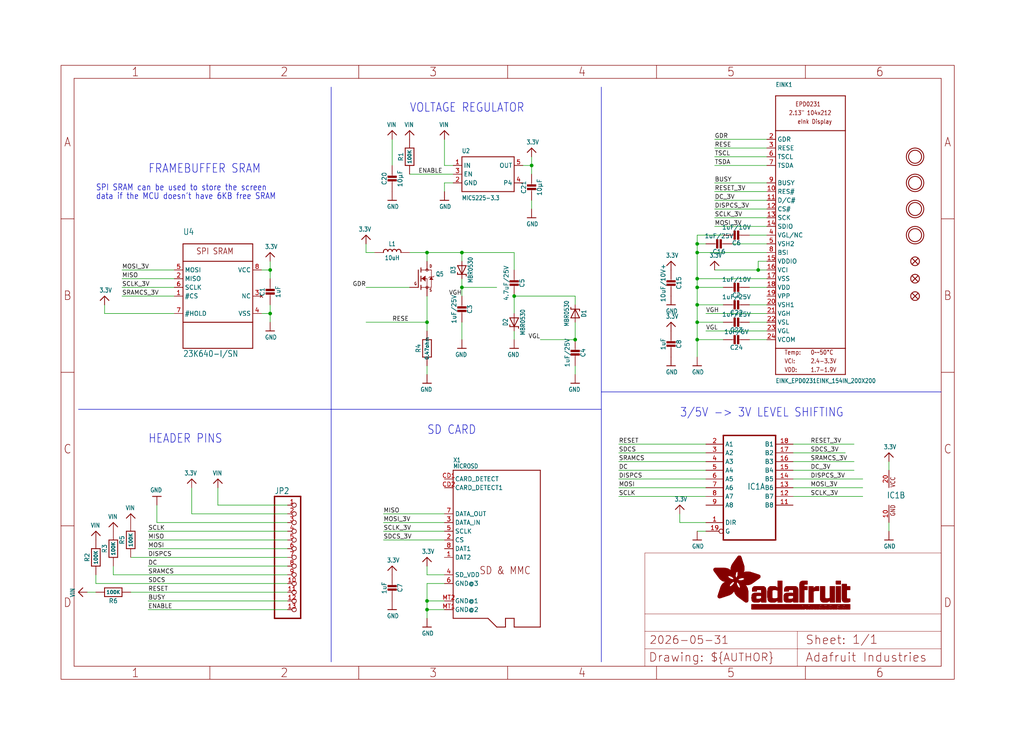
<source format=kicad_sch>
(kicad_sch (version 20230121) (generator eeschema)
  (paper "User" 298.45 217.322)
  (lib_symbols
    (symbol "working-eagle-import:3.3V" (power)
      (property "Value" "3.3V" (at -1.524 1.016 0))
      (symbol "3.3V_1_0"
        (pin power_in line (at 0 -2.54 90) (length 2.54) (name "3.3V") (number "1"))
      )
    )
    (symbol "working-eagle-import:74245TSSOP20"
      (property "Reference" "IC" (at -0.635 -0.635 0))
      (symbol "74245TSSOP20_1_0"
        (pin input line (at -12.7 -10.16 0) (length 5.08) (name "DIR") (number "1"))
        (pin bidirectional line (at 12.7 -5.08 180) (length 5.08) (name "B8") (number "11"))
        (pin bidirectional line (at 12.7 -2.54 180) (length 5.08) (name "B7") (number "12"))
        (pin bidirectional line (at 12.7 0 180) (length 5.08) (name "B6") (number "13"))
        (pin bidirectional line (at 12.7 2.54 180) (length 5.08) (name "B5") (number "14"))
        (pin bidirectional line (at 12.7 5.08 180) (length 5.08) (name "B4") (number "15"))
        (pin bidirectional line (at 12.7 7.62 180) (length 5.08) (name "B3") (number "16"))
        (pin bidirectional line (at 12.7 10.16 180) (length 5.08) (name "B2") (number "17"))
        (pin bidirectional line (at 12.7 12.7 180) (length 5.08) (name "B1") (number "18"))
        (pin input inverted (at -12.7 -12.7 0) (length 5.08) (name "G") (number "19"))
        (pin bidirectional line (at -12.7 12.7 0) (length 5.08) (name "A1") (number "2"))
        (pin bidirectional line (at -12.7 10.16 0) (length 5.08) (name "A2") (number "3"))
        (pin bidirectional line (at -12.7 7.62 0) (length 5.08) (name "A3") (number "4"))
        (pin bidirectional line (at -12.7 5.08 0) (length 5.08) (name "A4") (number "5"))
        (pin bidirectional line (at -12.7 2.54 0) (length 5.08) (name "A5") (number "6"))
        (pin bidirectional line (at -12.7 0 0) (length 5.08) (name "A6") (number "7"))
        (pin bidirectional line (at -12.7 -2.54 0) (length 5.08) (name "A7") (number "8"))
        (pin bidirectional line (at -12.7 -5.08 0) (length 5.08) (name "A8") (number "9"))
      )
      (symbol "74245TSSOP20_2_0"
        (text "GND" (at 1.905 -5.842 900) (effects (font (size 1.27 1.0795)) (justify left bottom)))
        (text "VCC" (at 1.905 2.54 900) (effects (font (size 1.27 1.0795)) (justify left bottom)))
        (pin power_in line (at 0 -7.62 90) (length 5.08) (name "GND") (number "10"))
        (pin power_in line (at 0 7.62 270) (length 5.08) (name "VCC") (number "20"))
      )
    )
    (symbol "working-eagle-import:CAP_CERAMIC0805-NOOUTLINE"
      (property "Reference" "C" (at -2.29 1.25 90))
      (symbol "CAP_CERAMIC0805-NOOUTLINE_1_0"
        (pin passive line (at 0 5.08 270) (length 2.54) (name "1") (number "1"))
        (pin passive line (at 0 -2.54 90) (length 2.54) (name "2") (number "2"))
      )
    )
    (symbol "working-eagle-import:CAP_CERAMIC0805_10MGAP"
      (property "Reference" "C" (at -2.29 1.25 90))
      (symbol "CAP_CERAMIC0805_10MGAP_1_0"
        (pin passive line (at 0 5.08 270) (length 2.54) (name "1") (number "1"))
        (pin passive line (at 0 -2.54 90) (length 2.54) (name "2") (number "2"))
      )
    )
    (symbol "working-eagle-import:DIODE-SCHOTTKYSOD-123"
      (property "Reference" "D" (at 0 2.54 0))
      (symbol "DIODE-SCHOTTKYSOD-123_1_0"
        (pin passive line (at -2.54 0 0) (length 2.54) (name "A") (number "A"))
        (pin passive line (at 2.54 0 180) (length 2.54) (name "C") (number "C"))
      )
    )
    (symbol "working-eagle-import:EINK_EPD0231EINK_154IN_200X200"
      (property "Reference" "EINK" (at -10.16 43.18 0))
      (symbol "EINK_EPD0231EINK_154IN_200X200_1_0"
        (text "0~~50°C" (at 0 -34.925 0) (effects (font (size 1.27 1.0795)) (justify left bottom)))
        (text "1.7-1.9V" (at 0 -40.005 0) (effects (font (size 1.27 1.0795)) (justify left bottom)))
        (text "2.13\" 104x212" (at -6.35 34.925 0) (effects (font (size 1.27 1.0795)) (justify left bottom)))
        (text "2.4-3.3V" (at 0 -37.465 0) (effects (font (size 1.27 1.0795)) (justify left bottom)))
        (text "eInk Display" (at -3.81 32.385 0) (effects (font (size 1.27 1.0795)) (justify left bottom)))
        (text "EPD0231" (at -4.445 37.465 0) (effects (font (size 1.27 1.0795)) (justify left bottom)))
        (text "Temp:" (at -7.62 -34.925 0) (effects (font (size 1.27 1.0795)) (justify left bottom)))
        (text "VCI:" (at -7.62 -37.465 0) (effects (font (size 1.27 1.0795)) (justify left bottom)))
        (text "VDD:" (at -7.62 -40.005 0) (effects (font (size 1.27 1.0795)) (justify left bottom)))
        (pin input line (at -12.7 12.7 0) (length 2.54) (name "RES#") (number "10"))
        (pin input line (at -12.7 10.16 0) (length 2.54) (name "D/C#") (number "11"))
        (pin input line (at -12.7 7.62 0) (length 2.54) (name "CS#") (number "12"))
        (pin bidirectional line (at -12.7 5.08 0) (length 2.54) (name "SCK") (number "13"))
        (pin bidirectional line (at -12.7 2.54 0) (length 2.54) (name "SDIO") (number "14"))
        (pin power_in line (at -12.7 -7.62 0) (length 2.54) (name "VDDIO") (number "15"))
        (pin power_in line (at -12.7 -10.16 0) (length 2.54) (name "VCI") (number "16"))
        (pin power_in line (at -12.7 -12.7 0) (length 2.54) (name "VSS") (number "17"))
        (pin passive line (at -12.7 -15.24 0) (length 2.54) (name "VDD") (number "18"))
        (pin passive line (at -12.7 -17.78 0) (length 2.54) (name "VPP") (number "19"))
        (pin output line (at -12.7 27.94 0) (length 2.54) (name "GDR") (number "2"))
        (pin passive line (at -12.7 -20.32 0) (length 2.54) (name "VSH1") (number "20"))
        (pin passive line (at -12.7 -22.86 0) (length 2.54) (name "VGH") (number "21"))
        (pin passive line (at -12.7 -25.4 0) (length 2.54) (name "VSL") (number "22"))
        (pin passive line (at -12.7 -27.94 0) (length 2.54) (name "VGL") (number "23"))
        (pin passive line (at -12.7 -30.48 0) (length 2.54) (name "VCOM") (number "24"))
        (pin input line (at -12.7 25.4 0) (length 2.54) (name "RESE") (number "3"))
        (pin bidirectional line (at -12.7 0 0) (length 2.54) (name "VGL/NC") (number "4"))
        (pin passive line (at -12.7 -2.54 0) (length 2.54) (name "VSH2") (number "5"))
        (pin output line (at -12.7 22.86 0) (length 2.54) (name "TSCL") (number "6"))
        (pin bidirectional line (at -12.7 20.32 0) (length 2.54) (name "TSDA") (number "7"))
        (pin input line (at -12.7 -5.08 0) (length 2.54) (name "BSI") (number "8"))
        (pin output line (at -12.7 15.24 0) (length 2.54) (name "BUSY") (number "9"))
      )
    )
    (symbol "working-eagle-import:FIDUCIAL_1MM")
    (symbol "working-eagle-import:FRAME_A4_ADAFRUIT"
      (symbol "FRAME_A4_ADAFRUIT_1_0"
        (text "${#}/${##}" (at 230.505 10.16 0) (effects (font (size 2.54 2.54)) (justify left bottom)))
        (text "${AUTHOR}" (at 189.23 5.08 0) (effects (font (size 2.286 2.286)) (justify left bottom)))
        (text "${CURRENT_DATE}" (at 171.45 10.16 0) (effects (font (size 2.286 2.286)) (justify left bottom)))
        (text "${PROJECTNAME}" (at 171.45 15.24 0) (effects (font (size 2.54 2.54)) (justify left bottom)))
        (text "1" (at 21.6958 1.905 0) (effects (font (size 2.54 2.286))))
        (text "1" (at 21.6958 177.165 0) (effects (font (size 2.54 2.286))))
        (text "2" (at 65.0875 1.905 0) (effects (font (size 2.54 2.286))))
        (text "2" (at 65.0875 177.165 0) (effects (font (size 2.54 2.286))))
        (text "3" (at 108.4792 1.905 0) (effects (font (size 2.54 2.286))))
        (text "3" (at 108.4792 177.165 0) (effects (font (size 2.54 2.286))))
        (text "4" (at 151.8708 1.905 0) (effects (font (size 2.54 2.286))))
        (text "4" (at 151.8708 177.165 0) (effects (font (size 2.54 2.286))))
        (text "5" (at 195.2625 1.905 0) (effects (font (size 2.54 2.286))))
        (text "5" (at 195.2625 177.165 0) (effects (font (size 2.54 2.286))))
        (text "6" (at 238.6542 1.905 0) (effects (font (size 2.54 2.286))))
        (text "6" (at 238.6542 177.165 0) (effects (font (size 2.54 2.286))))
        (text "A" (at 1.905 156.6863 0) (effects (font (size 2.54 2.286))))
        (text "A" (at 258.445 156.6863 0) (effects (font (size 2.54 2.286))))
        (text "Adafruit Industries" (at 216.916 4.953 0) (effects (font (size 2.54 2.54)) (justify left bottom)))
        (text "B" (at 1.905 111.9188 0) (effects (font (size 2.54 2.286))))
        (text "B" (at 258.445 111.9188 0) (effects (font (size 2.54 2.286))))
        (text "C" (at 1.905 67.1513 0) (effects (font (size 2.54 2.286))))
        (text "C" (at 258.445 67.1513 0) (effects (font (size 2.54 2.286))))
        (text "D" (at 1.905 22.3838 0) (effects (font (size 2.54 2.286))))
        (text "D" (at 258.445 22.3838 0) (effects (font (size 2.54 2.286))))
        (text "Drawing:" (at 171.196 4.953 0) (effects (font (size 2.54 2.54)) (justify left bottom)))
        (text "Sheet:" (at 216.916 10.033 0) (effects (font (size 2.54 2.54)) (justify left bottom)))
      )
    )
    (symbol "working-eagle-import:GND" (power)
      (property "Value" "GND" (at -1.524 -2.54 0))
      (symbol "GND_1_0"
        (pin power_in line (at 0 2.54 270) (length 2.54) (name "GND") (number "1"))
      )
    )
    (symbol "working-eagle-import:HEADER-1X13"
      (property "Reference" "JP" (at -6.35 18.415 0))
      (symbol "HEADER-1X13_1_0"
        (pin passive inverted (at -2.54 15.24 0) (length 2.54) (name "1") (number "1"))
        (pin passive inverted (at -2.54 -7.62 0) (length 2.54) (name "10") (number "10"))
        (pin passive inverted (at -2.54 -10.16 0) (length 2.54) (name "11") (number "11"))
        (pin passive inverted (at -2.54 -12.7 0) (length 2.54) (name "12") (number "12"))
        (pin passive inverted (at -2.54 -15.24 0) (length 2.54) (name "13") (number "13"))
        (pin passive inverted (at -2.54 12.7 0) (length 2.54) (name "2") (number "2"))
        (pin passive inverted (at -2.54 10.16 0) (length 2.54) (name "3") (number "3"))
        (pin passive inverted (at -2.54 7.62 0) (length 2.54) (name "4") (number "4"))
        (pin passive inverted (at -2.54 5.08 0) (length 2.54) (name "5") (number "5"))
        (pin passive inverted (at -2.54 2.54 0) (length 2.54) (name "6") (number "6"))
        (pin passive inverted (at -2.54 0 0) (length 2.54) (name "7") (number "7"))
        (pin passive inverted (at -2.54 -2.54 0) (length 2.54) (name "8") (number "8"))
        (pin passive inverted (at -2.54 -5.08 0) (length 2.54) (name "9") (number "9"))
      )
    )
    (symbol "working-eagle-import:INDUCTORNR401"
      (property "Reference" "L" (at 0 2.54 0))
      (symbol "INDUCTORNR401_1_0"
        (pin passive line (at -5.08 0 0) (length 2.54) (name "1") (number "P$1"))
        (pin passive line (at 5.08 0 180) (length 2.54) (name "2") (number "P$2"))
      )
    )
    (symbol "working-eagle-import:IRLML2060TRPBF"
      (property "Reference" "Q" (at 5.08 0.635 0))
      (symbol "IRLML2060TRPBF_1_0"
        (text "D" (at 3.175 3.175 0) (effects (font (size 0.8128 0.6908)) (justify left bottom)))
        (text "G" (at -1.27 -1.905 0) (effects (font (size 0.8128 0.6908)) (justify left bottom)))
        (text "S" (at 3.175 -3.81 0) (effects (font (size 0.8128 0.6908)) (justify left bottom)))
        (pin bidirectional line (at -2.54 -2.54 0) (length 2.54) (name "G") (number "1"))
        (pin bidirectional line (at 2.54 -5.08 90) (length 2.54) (name "S") (number "2"))
        (pin bidirectional line (at 2.54 5.08 270) (length 2.54) (name "D") (number "3"))
      )
    )
    (symbol "working-eagle-import:MICROSD"
      (property "Reference" "X" (at -12.7 22.606 0))
      (symbol "MICROSD_1_0"
        (text "SD & MMC" (at -5.08 -10.16 0) (effects (font (size 2.1844 1.8567)) (justify left bottom)))
        (pin bidirectional line (at -15.24 -5.08 0) (length 2.54) (name "DAT2") (number "1"))
        (pin input line (at -15.24 0 0) (length 2.54) (name "CS") (number "2"))
        (pin input line (at -15.24 5.08 0) (length 2.54) (name "DATA_IN") (number "3"))
        (pin power_in line (at -15.24 -10.16 0) (length 2.54) (name "SD_VDD") (number "4"))
        (pin input line (at -15.24 2.54 0) (length 2.54) (name "SCLK") (number "5"))
        (pin power_in line (at -15.24 -12.7 0) (length 2.54) (name "GND@3") (number "6"))
        (pin output line (at -15.24 7.62 0) (length 2.54) (name "DATA_OUT") (number "7"))
        (pin bidirectional line (at -15.24 -2.54 0) (length 2.54) (name "DAT1") (number "8"))
        (pin passive line (at -15.24 17.78 0) (length 2.54) (name "CARD_DETECT") (number "CD1"))
        (pin passive line (at -15.24 15.24 0) (length 2.54) (name "CARD_DETECT1") (number "CD2"))
        (pin power_in line (at -15.24 -20.32 0) (length 2.54) (name "GND@2") (number "MT1"))
        (pin power_in line (at -15.24 -17.78 0) (length 2.54) (name "GND@1") (number "MT2"))
      )
    )
    (symbol "working-eagle-import:MOUNTINGHOLE2.5")
    (symbol "working-eagle-import:RESISTOR0805_10MGAP"
      (property "Reference" "R" (at 0 2.54 0))
      (symbol "RESISTOR0805_10MGAP_1_0"
        (pin passive line (at -5.08 0 0) (length 2.54) (name "1") (number "1"))
        (pin passive line (at 5.08 0 180) (length 2.54) (name "2") (number "2"))
      )
    )
    (symbol "working-eagle-import:RESISTOR0805_NOOUTLINE"
      (property "Reference" "R" (at 0 2.54 0))
      (symbol "RESISTOR0805_NOOUTLINE_1_0"
        (pin passive line (at -5.08 0 0) (length 2.54) (name "1") (number "1"))
        (pin passive line (at 5.08 0 180) (length 2.54) (name "2") (number "2"))
      )
    )
    (symbol "working-eagle-import:SRAM_SPI_SOIC8"
      (property "Reference" "U" (at -10.16 17.78 0))
      (symbol "SRAM_SPI_SOIC8_1_0"
        (text "SPI SRAM" (at -6.35 12.065 0) (effects (font (size 1.778 1.5113)) (justify left bottom)))
        (pin input line (at -12.7 0 0) (length 2.54) (name "#CS") (number "1"))
        (pin output line (at -12.7 5.08 0) (length 2.54) (name "MISO") (number "2"))
        (pin no_connect line (at 12.7 0 180) (length 2.54) (name "NC") (number "3"))
        (pin power_in line (at 12.7 -5.08 180) (length 2.54) (name "VSS") (number "4"))
        (pin input line (at -12.7 7.62 0) (length 2.54) (name "MOSI") (number "5"))
        (pin input line (at -12.7 2.54 0) (length 2.54) (name "SCLK") (number "6"))
        (pin input line (at -12.7 -5.08 0) (length 2.54) (name "#HOLD") (number "7"))
        (pin power_in line (at 12.7 7.62 180) (length 2.54) (name "VCC") (number "8"))
      )
    )
    (symbol "working-eagle-import:VIN" (power)
      (property "Value" "VIN" (at -1.524 1.016 0))
      (symbol "VIN_1_0"
        (pin power_in line (at 0 -2.54 90) (length 2.54) (name "VIN") (number "1"))
      )
    )
    (symbol "working-eagle-import:VREG_SOT23-5"
      (property "Reference" "U" (at -7.62 6.096 0))
      (symbol "VREG_SOT23-5_1_0"
        (pin power_in line (at -10.16 2.54 0) (length 2.54) (name "IN") (number "1"))
        (pin power_in line (at -10.16 -2.54 0) (length 2.54) (name "GND") (number "2"))
        (pin input line (at -10.16 0 0) (length 2.54) (name "EN") (number "3"))
        (pin bidirectional line (at 10.16 -2.54 180) (length 2.54) (name "P4") (number "4"))
        (pin power_in line (at 10.16 2.54 180) (length 2.54) (name "OUT") (number "5"))
      )
    )
  )
  (junction (at 203.2 81.28))
  (junction (at 203.2 93.98))
  (junction (at 203.2 88.9))
  (junction (at 203.2 71.12))
  (junction (at 124.46 177.8))
  (junction (at 134.62 73.66))
  (junction (at 203.2 99.06))
  (junction (at 78.74 91.44))
  (junction (at 203.2 83.82))
  (junction (at 167.64 99.06))
  (junction (at 124.46 93.98))
  (junction (at 220.98 78.74))
  (junction (at 78.74 78.74))
  (junction (at 124.46 73.66))
  (junction (at 134.62 83.82))
  (junction (at 203.2 73.66))
  (junction (at 149.86 86.36))
  (junction (at 124.46 175.26))
  (junction (at 154.94 48.26))
  (wire (pts (xy 144.78 83.82) (xy 134.62 83.82)) (stroke (width 0.1524)))
  (wire (pts (xy 223.52 96.52) (xy 205.74 96.52)) (stroke (width 0.1524)))
  (polyline (pts (xy 96.52 119.38) (xy 96.52 193.04)) (stroke (width 0.1524) (type solid)))
  (wire (pts (xy 78.74 78.74) (xy 78.74 81.28)) (stroke (width 0.1524)))
  (wire (pts (xy 124.46 73.66) (xy 119.38 73.66)) (stroke (width 0.1524)))
  (wire (pts (xy 124.46 93.98) (xy 106.68 93.98)) (stroke (width 0.1524)))
  (wire (pts (xy 220.98 78.74) (xy 223.52 78.74)) (stroke (width 0.1524)))
  (wire (pts (xy 33.02 167.64) (xy 33.02 165.1)) (stroke (width 0.1524)))
  (wire (pts (xy 218.44 93.98) (xy 223.52 93.98)) (stroke (width 0.1524)))
  (wire (pts (xy 223.52 58.42) (xy 208.28 58.42)) (stroke (width 0.1524)))
  (wire (pts (xy 203.2 81.28) (xy 203.2 73.66)) (stroke (width 0.1524)))
  (wire (pts (xy 210.82 88.9) (xy 203.2 88.9)) (stroke (width 0.1524)))
  (wire (pts (xy 129.54 48.26) (xy 129.54 40.64)) (stroke (width 0.1524)))
  (wire (pts (xy 124.46 177.8) (xy 124.46 180.34)) (stroke (width 0.1524)))
  (wire (pts (xy 129.54 175.26) (xy 124.46 175.26)) (stroke (width 0.1524)))
  (wire (pts (xy 203.2 99.06) (xy 203.2 93.98)) (stroke (width 0.1524)))
  (wire (pts (xy 78.74 91.44) (xy 78.74 93.98)) (stroke (width 0.1524)))
  (wire (pts (xy 83.82 154.94) (xy 43.18 154.94)) (stroke (width 0.1524)))
  (wire (pts (xy 167.64 109.22) (xy 167.64 106.68)) (stroke (width 0.1524)))
  (wire (pts (xy 106.68 71.12) (xy 106.68 73.66)) (stroke (width 0.1524)))
  (wire (pts (xy 180.34 139.7) (xy 205.74 139.7)) (stroke (width 0.1524)))
  (wire (pts (xy 35.56 83.82) (xy 50.8 83.82)) (stroke (width 0.1524)))
  (wire (pts (xy 231.14 132.08) (xy 246.38 132.08)) (stroke (width 0.1524)))
  (wire (pts (xy 223.52 68.58) (xy 218.44 68.58)) (stroke (width 0.1524)))
  (wire (pts (xy 205.74 129.54) (xy 180.34 129.54)) (stroke (width 0.1524)))
  (wire (pts (xy 231.14 134.62) (xy 248.92 134.62)) (stroke (width 0.1524)))
  (wire (pts (xy 45.72 152.4) (xy 83.82 152.4)) (stroke (width 0.1524)))
  (wire (pts (xy 132.08 50.8) (xy 119.38 50.8)) (stroke (width 0.1524)))
  (wire (pts (xy 129.54 53.34) (xy 129.54 55.88)) (stroke (width 0.1524)))
  (wire (pts (xy 223.52 40.64) (xy 208.28 40.64)) (stroke (width 0.1524)))
  (wire (pts (xy 218.44 88.9) (xy 223.52 88.9)) (stroke (width 0.1524)))
  (wire (pts (xy 55.88 149.86) (xy 55.88 142.24)) (stroke (width 0.1524)))
  (wire (pts (xy 124.46 86.36) (xy 124.46 93.98)) (stroke (width 0.1524)))
  (wire (pts (xy 205.74 152.4) (xy 198.12 152.4)) (stroke (width 0.1524)))
  (wire (pts (xy 167.64 88.9) (xy 167.64 86.36)) (stroke (width 0.1524)))
  (wire (pts (xy 167.64 99.06) (xy 167.64 93.98)) (stroke (width 0.1524)))
  (wire (pts (xy 203.2 83.82) (xy 203.2 81.28)) (stroke (width 0.1524)))
  (wire (pts (xy 76.2 78.74) (xy 78.74 78.74)) (stroke (width 0.1524)))
  (wire (pts (xy 63.5 147.32) (xy 63.5 142.24)) (stroke (width 0.1524)))
  (polyline (pts (xy 175.26 114.3) (xy 175.26 119.38)) (stroke (width 0.1524) (type solid)))
  (wire (pts (xy 124.46 175.26) (xy 124.46 177.8)) (stroke (width 0.1524)))
  (polyline (pts (xy 175.26 119.38) (xy 175.26 193.04)) (stroke (width 0.1524) (type solid)))
  (wire (pts (xy 83.82 157.48) (xy 43.18 157.48)) (stroke (width 0.1524)))
  (wire (pts (xy 149.86 91.44) (xy 149.86 86.36)) (stroke (width 0.1524)))
  (wire (pts (xy 203.2 73.66) (xy 203.2 71.12)) (stroke (width 0.1524)))
  (wire (pts (xy 223.52 91.44) (xy 205.74 91.44)) (stroke (width 0.1524)))
  (wire (pts (xy 210.82 83.82) (xy 203.2 83.82)) (stroke (width 0.1524)))
  (wire (pts (xy 76.2 91.44) (xy 78.74 91.44)) (stroke (width 0.1524)))
  (wire (pts (xy 205.74 132.08) (xy 180.34 132.08)) (stroke (width 0.1524)))
  (wire (pts (xy 27.94 172.72) (xy 25.4 172.72)) (stroke (width 0.1524)))
  (wire (pts (xy 223.52 73.66) (xy 203.2 73.66)) (stroke (width 0.1524)))
  (wire (pts (xy 83.82 160.02) (xy 43.18 160.02)) (stroke (width 0.1524)))
  (wire (pts (xy 111.76 152.4) (xy 129.54 152.4)) (stroke (width 0.1524)))
  (wire (pts (xy 63.5 147.32) (xy 83.82 147.32)) (stroke (width 0.1524)))
  (wire (pts (xy 167.64 86.36) (xy 149.86 86.36)) (stroke (width 0.1524)))
  (wire (pts (xy 129.54 177.8) (xy 124.46 177.8)) (stroke (width 0.1524)))
  (wire (pts (xy 203.2 68.58) (xy 203.2 71.12)) (stroke (width 0.1524)))
  (wire (pts (xy 134.62 86.36) (xy 134.62 83.82)) (stroke (width 0.1524)))
  (wire (pts (xy 35.56 86.36) (xy 50.8 86.36)) (stroke (width 0.1524)))
  (wire (pts (xy 152.4 48.26) (xy 154.94 48.26)) (stroke (width 0.1524)))
  (wire (pts (xy 223.52 66.04) (xy 208.28 66.04)) (stroke (width 0.1524)))
  (wire (pts (xy 132.08 48.26) (xy 129.54 48.26)) (stroke (width 0.1524)))
  (wire (pts (xy 50.8 81.28) (xy 35.56 81.28)) (stroke (width 0.1524)))
  (wire (pts (xy 223.52 71.12) (xy 213.36 71.12)) (stroke (width 0.1524)))
  (wire (pts (xy 111.76 154.94) (xy 129.54 154.94)) (stroke (width 0.1524)))
  (wire (pts (xy 205.74 134.62) (xy 180.34 134.62)) (stroke (width 0.1524)))
  (wire (pts (xy 149.86 73.66) (xy 149.86 78.74)) (stroke (width 0.1524)))
  (wire (pts (xy 134.62 81.28) (xy 134.62 83.82)) (stroke (width 0.1524)))
  (wire (pts (xy 124.46 73.66) (xy 134.62 73.66)) (stroke (width 0.1524)))
  (wire (pts (xy 208.28 43.18) (xy 223.52 43.18)) (stroke (width 0.1524)))
  (wire (pts (xy 203.2 104.14) (xy 203.2 99.06)) (stroke (width 0.1524)))
  (wire (pts (xy 205.74 142.24) (xy 180.34 142.24)) (stroke (width 0.1524)))
  (wire (pts (xy 203.2 154.94) (xy 205.74 154.94)) (stroke (width 0.1524)))
  (wire (pts (xy 78.74 78.74) (xy 78.74 76.2)) (stroke (width 0.1524)))
  (wire (pts (xy 231.14 139.7) (xy 251.46 139.7)) (stroke (width 0.1524)))
  (wire (pts (xy 231.14 129.54) (xy 248.92 129.54)) (stroke (width 0.1524)))
  (wire (pts (xy 154.94 58.42) (xy 154.94 60.96)) (stroke (width 0.1524)))
  (polyline (pts (xy 96.52 119.38) (xy 175.26 119.38)) (stroke (width 0.1524) (type solid)))
  (polyline (pts (xy 22.86 119.38) (xy 96.52 119.38)) (stroke (width 0.1524) (type solid)))
  (wire (pts (xy 205.74 137.16) (xy 180.34 137.16)) (stroke (width 0.1524)))
  (wire (pts (xy 124.46 167.64) (xy 124.46 165.1)) (stroke (width 0.1524)))
  (wire (pts (xy 83.82 167.64) (xy 33.02 167.64)) (stroke (width 0.1524)))
  (polyline (pts (xy 175.26 114.3) (xy 274.32 114.3)) (stroke (width 0.1524) (type solid)))
  (wire (pts (xy 203.2 93.98) (xy 203.2 88.9)) (stroke (width 0.1524)))
  (wire (pts (xy 208.28 63.5) (xy 223.52 63.5)) (stroke (width 0.1524)))
  (wire (pts (xy 124.46 170.18) (xy 124.46 175.26)) (stroke (width 0.1524)))
  (wire (pts (xy 223.52 76.2) (xy 220.98 76.2)) (stroke (width 0.1524)))
  (wire (pts (xy 129.54 157.48) (xy 111.76 157.48)) (stroke (width 0.1524)))
  (wire (pts (xy 231.14 144.78) (xy 251.46 144.78)) (stroke (width 0.1524)))
  (wire (pts (xy 35.56 78.74) (xy 50.8 78.74)) (stroke (width 0.1524)))
  (polyline (pts (xy 175.26 25.4) (xy 175.26 114.3)) (stroke (width 0.1524) (type solid)))
  (wire (pts (xy 180.34 144.78) (xy 205.74 144.78)) (stroke (width 0.1524)))
  (wire (pts (xy 106.68 73.66) (xy 109.22 73.66)) (stroke (width 0.1524)))
  (wire (pts (xy 198.12 152.4) (xy 198.12 149.86)) (stroke (width 0.1524)))
  (wire (pts (xy 83.82 149.86) (xy 55.88 149.86)) (stroke (width 0.1524)))
  (wire (pts (xy 203.2 71.12) (xy 205.74 71.12)) (stroke (width 0.1524)))
  (wire (pts (xy 223.52 81.28) (xy 203.2 81.28)) (stroke (width 0.1524)))
  (wire (pts (xy 38.1 172.72) (xy 83.82 172.72)) (stroke (width 0.1524)))
  (wire (pts (xy 30.48 91.44) (xy 30.48 88.9)) (stroke (width 0.1524)))
  (wire (pts (xy 231.14 142.24) (xy 251.46 142.24)) (stroke (width 0.1524)))
  (wire (pts (xy 50.8 91.44) (xy 30.48 91.44)) (stroke (width 0.1524)))
  (wire (pts (xy 208.28 55.88) (xy 223.52 55.88)) (stroke (width 0.1524)))
  (wire (pts (xy 223.52 83.82) (xy 218.44 83.82)) (stroke (width 0.1524)))
  (wire (pts (xy 78.74 88.9) (xy 78.74 91.44)) (stroke (width 0.1524)))
  (wire (pts (xy 154.94 48.26) (xy 154.94 45.72)) (stroke (width 0.1524)))
  (wire (pts (xy 210.82 93.98) (xy 203.2 93.98)) (stroke (width 0.1524)))
  (wire (pts (xy 132.08 53.34) (xy 129.54 53.34)) (stroke (width 0.1524)))
  (wire (pts (xy 223.52 53.34) (xy 208.28 53.34)) (stroke (width 0.1524)))
  (wire (pts (xy 83.82 170.18) (xy 27.94 170.18)) (stroke (width 0.1524)))
  (wire (pts (xy 43.18 175.26) (xy 83.82 175.26)) (stroke (width 0.1524)))
  (wire (pts (xy 43.18 165.1) (xy 83.82 165.1)) (stroke (width 0.1524)))
  (wire (pts (xy 208.28 60.96) (xy 223.52 60.96)) (stroke (width 0.1524)))
  (polyline (pts (xy 96.52 25.4) (xy 96.52 119.38)) (stroke (width 0.1524) (type solid)))
  (wire (pts (xy 231.14 137.16) (xy 248.92 137.16)) (stroke (width 0.1524)))
  (wire (pts (xy 259.08 134.62) (xy 259.08 137.16)) (stroke (width 0.1524)))
  (wire (pts (xy 210.82 99.06) (xy 203.2 99.06)) (stroke (width 0.1524)))
  (wire (pts (xy 124.46 96.52) (xy 124.46 93.98)) (stroke (width 0.1524)))
  (wire (pts (xy 124.46 109.22) (xy 124.46 106.68)) (stroke (width 0.1524)))
  (wire (pts (xy 220.98 76.2) (xy 220.98 78.74)) (stroke (width 0.1524)))
  (wire (pts (xy 154.94 48.26) (xy 154.94 50.8)) (stroke (width 0.1524)))
  (wire (pts (xy 106.68 83.82) (xy 119.38 83.82)) (stroke (width 0.1524)))
  (wire (pts (xy 203.2 88.9) (xy 203.2 83.82)) (stroke (width 0.1524)))
  (wire (pts (xy 134.62 73.66) (xy 134.62 76.2)) (stroke (width 0.1524)))
  (wire (pts (xy 208.28 45.72) (xy 223.52 45.72)) (stroke (width 0.1524)))
  (wire (pts (xy 129.54 149.86) (xy 111.76 149.86)) (stroke (width 0.1524)))
  (wire (pts (xy 129.54 167.64) (xy 124.46 167.64)) (stroke (width 0.1524)))
  (wire (pts (xy 134.62 93.98) (xy 134.62 99.06)) (stroke (width 0.1524)))
  (wire (pts (xy 83.82 162.56) (xy 38.1 162.56)) (stroke (width 0.1524)))
  (wire (pts (xy 129.54 170.18) (xy 124.46 170.18)) (stroke (width 0.1524)))
  (wire (pts (xy 83.82 177.8) (xy 43.18 177.8)) (stroke (width 0.1524)))
  (wire (pts (xy 208.28 48.26) (xy 223.52 48.26)) (stroke (width 0.1524)))
  (wire (pts (xy 149.86 96.52) (xy 149.86 99.06)) (stroke (width 0.1524)))
  (wire (pts (xy 220.98 78.74) (xy 208.28 78.74)) (stroke (width 0.1524)))
  (wire (pts (xy 218.44 99.06) (xy 223.52 99.06)) (stroke (width 0.1524)))
  (wire (pts (xy 259.08 154.94) (xy 259.08 152.4)) (stroke (width 0.1524)))
  (wire (pts (xy 134.62 73.66) (xy 149.86 73.66)) (stroke (width 0.1524)))
  (wire (pts (xy 114.3 40.64) (xy 114.3 48.26)) (stroke (width 0.1524)))
  (wire (pts (xy 45.72 147.32) (xy 45.72 152.4)) (stroke (width 0.1524)))
  (wire (pts (xy 210.82 68.58) (xy 203.2 68.58)) (stroke (width 0.1524)))
  (wire (pts (xy 124.46 76.2) (xy 124.46 73.66)) (stroke (width 0.1524)))
  (wire (pts (xy 157.48 99.06) (xy 167.64 99.06)) (stroke (width 0.1524)))
  (wire (pts (xy 27.94 170.18) (xy 27.94 167.64)) (stroke (width 0.1524)))
  (text "FRAMEBUFFER SRAM" (at 43.18 50.8 0) (effects (font (size 2.54 2.159)) (justify left bottom)))
  (text "SPI SRAM can be used to store the screen" (at 27.94 55.88 0) (effects (font (size 1.778 1.5113)) (justify left bottom)))
  (text "data if the MCU doesn't have 6KB free SRAM" (at 27.94 58.42 0) (effects (font (size 1.778 1.5113)) (justify left bottom)))
  (text "VOLTAGE REGULATOR" (at 119.38 33.02 0) (effects (font (size 2.54 2.159)) (justify left bottom)))
  (text "HEADER PINS" (at 43.18 129.54 0) (effects (font (size 2.54 2.159)) (justify left bottom)))
  (text "3/5V -> 3V LEVEL SHIFTING" (at 198.12 121.92 0) (effects (font (size 2.54 2.159)) (justify left bottom)))
  (text "SD CARD" (at 124.46 127 0) (effects (font (size 2.54 2.159)) (justify left bottom)))
  (label "DC" (at 180.34 137.16 0) (effects (font (size 1.2446 1.2446))))
  (label "VGH" (at 134.62 86.36 180) (effects (font (size 1.2446 1.2446))))
  (label "SCLK_3V" (at 111.76 154.94 0) (effects (font (size 1.2446 1.2446))))
  (label "SRAMCS" (at 180.34 134.62 0) (effects (font (size 1.2446 1.2446))))
  (label "MOSI" (at 180.34 142.24 0) (effects (font (size 1.2446 1.2446))))
  (label "DC_3V" (at 236.22 137.16 0) (effects (font (size 1.2446 1.2446))))
  (label "SDCS_3V" (at 111.76 157.48 0) (effects (font (size 1.2446 1.2446))))
  (label "DISPCS_3V" (at 208.28 60.96 0) (effects (font (size 1.2446 1.2446))))
  (label "MOSI_3V" (at 236.22 142.24 0) (effects (font (size 1.2446 1.2446))))
  (label "BUSY" (at 43.18 175.26 0) (effects (font (size 1.2446 1.2446))))
  (label "GDR" (at 208.28 40.64 0) (effects (font (size 1.2446 1.2446))))
  (label "TSDA" (at 208.28 48.26 0) (effects (font (size 1.2446 1.2446))))
  (label "MISO" (at 111.76 149.86 0) (effects (font (size 1.2446 1.2446))))
  (label "SCLK_3V" (at 35.56 83.82 0) (effects (font (size 1.2446 1.2446))))
  (label "DISPCS" (at 43.18 162.56 0) (effects (font (size 1.2446 1.2446))))
  (label "DISPCS_3V" (at 236.22 139.7 0) (effects (font (size 1.2446 1.2446))))
  (label "GDR" (at 106.68 83.82 180) (effects (font (size 1.2446 1.2446))))
  (label "SCLK" (at 43.18 154.94 0) (effects (font (size 1.2446 1.2446))))
  (label "SCLK" (at 180.34 144.78 0) (effects (font (size 1.2446 1.2446))))
  (label "MOSI_3V" (at 208.28 66.04 0) (effects (font (size 1.2446 1.2446))))
  (label "SRAMCS" (at 43.18 167.64 0) (effects (font (size 1.2446 1.2446))))
  (label "SCLK_3V" (at 236.22 144.78 0) (effects (font (size 1.2446 1.2446))))
  (label "ENABLE" (at 121.92 50.8 0) (effects (font (size 1.2446 1.2446))))
  (label "MISO" (at 35.56 81.28 0) (effects (font (size 1.2446 1.2446))))
  (label "RESET_3V" (at 208.28 55.88 0) (effects (font (size 1.2446 1.2446))))
  (label "TSCL" (at 208.28 45.72 0) (effects (font (size 1.2446 1.2446))))
  (label "DC_3V" (at 208.28 58.42 0) (effects (font (size 1.2446 1.2446))))
  (label "RESE" (at 208.28 43.18 0) (effects (font (size 1.2446 1.2446))))
  (label "RESET_3V" (at 236.22 129.54 0) (effects (font (size 1.2446 1.2446))))
  (label "RESET" (at 43.18 172.72 0) (effects (font (size 1.2446 1.2446))))
  (label "SCLK_3V" (at 208.28 63.5 0) (effects (font (size 1.2446 1.2446))))
  (label "SDCS_3V" (at 236.22 132.08 0) (effects (font (size 1.2446 1.2446))))
  (label "MOSI_3V" (at 111.76 152.4 0) (effects (font (size 1.2446 1.2446))))
  (label "DISPCS" (at 180.34 139.7 0) (effects (font (size 1.2446 1.2446))))
  (label "MISO" (at 43.18 157.48 0) (effects (font (size 1.2446 1.2446))))
  (label "DC" (at 43.18 165.1 0) (effects (font (size 1.2446 1.2446))))
  (label "MOSI" (at 43.18 160.02 0) (effects (font (size 1.2446 1.2446))))
  (label "ENABLE" (at 43.18 177.8 0) (effects (font (size 1.2446 1.2446))))
  (label "VGH" (at 205.74 91.44 0) (effects (font (size 1.2446 1.2446))))
  (label "BUSY" (at 208.28 53.34 0) (effects (font (size 1.2446 1.2446))))
  (label "RESE" (at 114.3 93.98 0) (effects (font (size 1.2446 1.2446))))
  (label "RESET" (at 180.34 129.54 0) (effects (font (size 1.2446 1.2446))))
  (label "VGL" (at 157.48 99.06 180) (effects (font (size 1.2446 1.2446))))
  (label "MOSI_3V" (at 35.56 78.74 0) (effects (font (size 1.2446 1.2446))))
  (label "SDCS" (at 180.34 132.08 0) (effects (font (size 1.2446 1.2446))))
  (label "SDCS" (at 43.18 170.18 0) (effects (font (size 1.2446 1.2446))))
  (label "SRAMCS_3V" (at 35.56 86.36 0) (effects (font (size 1.2446 1.2446))))
  (label "SRAMCS_3V" (at 236.22 134.62 0) (effects (font (size 1.2446 1.2446))))
  (label "VGL" (at 205.74 96.52 0) (effects (font (size 1.2446 1.2446))))
  (symbol (lib_id "working-eagle-import:EINK_EPD0231EINK_154IN_200X200") (at 236.22 68.58 0) (unit 1)
    (property "Reference" "EINK1" (at 226.06 25.4 0) (effects (font (size 1.27 1.0795)) (justify left bottom)))
    (property "Value" "EINK_EPD0231EINK_154IN_200X200" (at 226.06 111.76 0) (effects (font (size 1.27 1.0795)) (justify left bottom)))
    (property "Footprint" "working:EINK_154IN" (effects hide))
  )
  (symbol (lib_id "working-eagle-import:GND") (at 167.64 111.76 0) (mirror y) (unit 1)
    (property "Reference" "#U$7" (effects hide))
    (property "Value" "GND" (at 169.164 114.3 0) (effects (font (size 1.27 1.0795)) (justify left bottom)))
  )
  (symbol (lib_id "working-eagle-import:GND") (at 203.2 157.48 0) (unit 1)
    (property "Reference" "#U$1" (effects hide))
    (property "Value" "GND" (at 201.676 160.02 0) (effects (font (size 1.27 1.0795)) (justify left bottom)))
  )
  (symbol (lib_id "working-eagle-import:74245TSSOP20") (at 218.44 142.24 0) (unit 1)
    (property "Reference" "IC1" (at 217.805 142.875 0) (effects (font (size 1.778 1.5113)) (justify left bottom)))
    (property "Value" "74245TSSOP20" (effects hide))
    (property "Footprint" "working:TSSOP20" (effects hide))
  )
  (symbol (lib_id "working-eagle-import:3.3V") (at 30.48 86.36 0) (unit 1)
    (property "Reference" "#U$26" (effects hide))
    (property "Value" "3.3V" (at 28.956 85.344 0) (effects (font (size 1.27 1.0795)) (justify left bottom)))
  )
  (symbol (lib_id "working-eagle-import:DIODE-SCHOTTKYSOD-123") (at 167.64 91.44 270) (mirror x) (unit 1)
    (property "Reference" "D1" (at 170.18 91.44 0) (effects (font (size 1.27 1.0795))))
    (property "Value" "MBR0530" (at 165.14 91.44 0) (effects (font (size 1.27 1.0795))))
    (property "Footprint" "working:SOD-123" (effects hide))
  )
  (symbol (lib_id "working-eagle-import:CAP_CERAMIC0805_10MGAP") (at 78.74 86.36 0) (unit 1)
    (property "Reference" "C1" (at 76.45 85.11 90))
    (property "Value" "1uF" (at 81.04 85.11 90))
    (property "Footprint" "working:0805_10MGAP" (effects hide))
  )
  (symbol (lib_id "working-eagle-import:3.3V") (at 208.28 76.2 0) (unit 1)
    (property "Reference" "#U$36" (effects hide))
    (property "Value" "3.3V" (at 206.756 75.184 0) (effects (font (size 1.27 1.0795)) (justify left bottom)))
  )
  (symbol (lib_id "working-eagle-import:GND") (at 114.3 58.42 0) (unit 1)
    (property "Reference" "#U$29" (effects hide))
    (property "Value" "GND" (at 112.776 60.96 0) (effects (font (size 1.27 1.0795)) (justify left bottom)))
  )
  (symbol (lib_id "working-eagle-import:3.3V") (at 106.68 68.58 0) (mirror y) (unit 1)
    (property "Reference" "#U$13" (effects hide))
    (property "Value" "3.3V" (at 108.204 67.564 0) (effects (font (size 1.27 1.0795)) (justify left bottom)))
  )
  (symbol (lib_id "working-eagle-import:FIDUCIAL_1MM") (at 266.7 81.28 90) (unit 1)
    (property "Reference" "FID1" (effects hide))
    (property "Value" "FIDUCIAL_1MM" (effects hide))
    (property "Footprint" "working:FIDUCIAL_1MM" (effects hide))
  )
  (symbol (lib_id "working-eagle-import:MOUNTINGHOLE2.5") (at 266.7 68.58 90) (unit 1)
    (property "Reference" "U$6" (effects hide))
    (property "Value" "MOUNTINGHOLE2.5" (effects hide))
    (property "Footprint" "working:MOUNTINGHOLE_2.5_PLATED" (effects hide))
  )
  (symbol (lib_id "working-eagle-import:GND") (at 45.72 144.78 180) (unit 1)
    (property "Reference" "#U$11" (effects hide))
    (property "Value" "GND" (at 47.244 142.24 0) (effects (font (size 1.27 1.0795)) (justify left bottom)))
  )
  (symbol (lib_id "working-eagle-import:CAP_CERAMIC0805-NOOUTLINE") (at 215.9 93.98 90) (unit 1)
    (property "Reference" "C23" (at 214.65 96.27 90))
    (property "Value" "1uF/25V" (at 214.65 91.68 90))
    (property "Footprint" "working:0805-NO" (effects hide))
  )
  (symbol (lib_id "working-eagle-import:MOUNTINGHOLE2.5") (at 266.7 53.34 90) (unit 1)
    (property "Reference" "U$4" (effects hide))
    (property "Value" "MOUNTINGHOLE2.5" (effects hide))
    (property "Footprint" "working:MOUNTINGHOLE_2.5_PLATED" (effects hide))
  )
  (symbol (lib_id "working-eagle-import:FRAME_A4_ADAFRUIT") (at 17.78 198.12 0) (unit 1)
    (property "Reference" "#U$43" (effects hide))
    (property "Value" "FRAME_A4_ADAFRUIT" (effects hide))
  )
  (symbol (lib_id "working-eagle-import:GND") (at 134.62 101.6 0) (mirror y) (unit 1)
    (property "Reference" "#U$14" (effects hide))
    (property "Value" "GND" (at 136.144 104.14 0) (effects (font (size 1.27 1.0795)) (justify left bottom)))
  )
  (symbol (lib_id "working-eagle-import:VIN") (at 38.1 149.86 0) (unit 1)
    (property "Reference" "#U$18" (effects hide))
    (property "Value" "VIN" (at 36.576 148.844 0) (effects (font (size 1.27 1.0795)) (justify left bottom)))
  )
  (symbol (lib_id "working-eagle-import:CAP_CERAMIC0805-NOOUTLINE") (at 215.9 83.82 90) (unit 1)
    (property "Reference" "C2" (at 214.65 86.11 90))
    (property "Value" "1uF/10V" (at 214.65 81.52 90))
    (property "Footprint" "working:0805-NO" (effects hide))
  )
  (symbol (lib_id "working-eagle-import:INDUCTORNR401") (at 114.3 73.66 0) (mirror y) (unit 1)
    (property "Reference" "L1" (at 114.3 71.12 0) (effects (font (size 1.27 1.0795))))
    (property "Value" "10uH" (at 114.3 75.2 0) (effects (font (size 1.27 1.0795))))
    (property "Footprint" "working:INDUCTOR_4X4MM_NR401" (effects hide))
  )
  (symbol (lib_id "working-eagle-import:3.3V") (at 78.74 73.66 0) (unit 1)
    (property "Reference" "#U$12" (effects hide))
    (property "Value" "3.3V" (at 77.216 72.644 0) (effects (font (size 1.27 1.0795)) (justify left bottom)))
  )
  (symbol (lib_id "working-eagle-import:MOUNTINGHOLE2.5") (at 266.7 45.72 90) (unit 1)
    (property "Reference" "U$3" (effects hide))
    (property "Value" "MOUNTINGHOLE2.5" (effects hide))
    (property "Footprint" "working:MOUNTINGHOLE_2.5_PLATED" (effects hide))
  )
  (symbol (lib_id "working-eagle-import:3.3V") (at 198.12 147.32 0) (unit 1)
    (property "Reference" "#U$35" (effects hide))
    (property "Value" "3.3V" (at 196.596 146.304 0) (effects (font (size 1.27 1.0795)) (justify left bottom)))
  )
  (symbol (lib_id "working-eagle-import:FIDUCIAL_1MM") (at 266.7 86.36 90) (unit 1)
    (property "Reference" "FID3" (effects hide))
    (property "Value" "FIDUCIAL_1MM" (effects hide))
    (property "Footprint" "working:FIDUCIAL_1MM" (effects hide))
  )
  (symbol (lib_id "working-eagle-import:CAP_CERAMIC0805-NOOUTLINE") (at 215.9 88.9 90) (unit 1)
    (property "Reference" "C22" (at 214.65 91.19 90))
    (property "Value" "1uF/25V" (at 214.65 86.6 90))
    (property "Footprint" "working:0805-NO" (effects hide))
  )
  (symbol (lib_id "working-eagle-import:CAP_CERAMIC0805-NOOUTLINE") (at 215.9 99.06 90) (unit 1)
    (property "Reference" "C24" (at 214.65 101.35 90))
    (property "Value" "1uF/6V" (at 214.65 96.76 90))
    (property "Footprint" "working:0805-NO" (effects hide))
  )
  (symbol (lib_id "working-eagle-import:VIN") (at 129.54 38.1 0) (unit 1)
    (property "Reference" "#U$21" (effects hide))
    (property "Value" "VIN" (at 128.016 37.084 0) (effects (font (size 1.27 1.0795)) (justify left bottom)))
  )
  (symbol (lib_id "working-eagle-import:RESISTOR0805_NOOUTLINE") (at 38.1 157.48 90) (unit 1)
    (property "Reference" "R5" (at 35.56 157.48 0))
    (property "Value" "100K" (at 38.1 157.48 0) (effects (font (size 1.016 1.016) bold)))
    (property "Footprint" "working:0805-NO" (effects hide))
  )
  (symbol (lib_id "working-eagle-import:GND") (at 129.54 58.42 0) (unit 1)
    (property "Reference" "#U$22" (effects hide))
    (property "Value" "GND" (at 128.016 60.96 0) (effects (font (size 1.27 1.0795)) (justify left bottom)))
  )
  (symbol (lib_id "working-eagle-import:FIDUCIAL_1MM") (at 266.7 76.2 90) (unit 1)
    (property "Reference" "FID2" (effects hide))
    (property "Value" "FIDUCIAL_1MM" (effects hide))
    (property "Footprint" "working:FIDUCIAL_1MM" (effects hide))
  )
  (symbol (lib_id "working-eagle-import:DIODE-SCHOTTKYSOD-123") (at 134.62 78.74 90) (mirror x) (unit 1)
    (property "Reference" "D3" (at 132.08 78.74 0) (effects (font (size 1.27 1.0795))))
    (property "Value" "MBR0530" (at 137.12 78.74 0) (effects (font (size 1.27 1.0795))))
    (property "Footprint" "working:SOD-123" (effects hide))
  )
  (symbol (lib_id "working-eagle-import:CAP_CERAMIC0805-NOOUTLINE") (at 149.86 83.82 0) (mirror y) (unit 1)
    (property "Reference" "C5" (at 152.15 82.57 90))
    (property "Value" "4.7uF/25V" (at 147.56 82.57 90))
    (property "Footprint" "working:0805-NO" (effects hide))
  )
  (symbol (lib_id "working-eagle-import:CAP_CERAMIC0805-NOOUTLINE") (at 210.82 71.12 90) (unit 1)
    (property "Reference" "C16" (at 209.57 73.41 90))
    (property "Value" "1uF/25V" (at 209.57 68.82 90))
    (property "Footprint" "working:0805-NO" (effects hide))
  )
  (symbol (lib_id "working-eagle-import:GND") (at 124.46 182.88 0) (unit 1)
    (property "Reference" "#U$32" (effects hide))
    (property "Value" "GND" (at 122.936 185.42 0) (effects (font (size 1.27 1.0795)) (justify left bottom)))
  )
  (symbol (lib_id "working-eagle-import:VIN") (at 22.86 172.72 90) (unit 1)
    (property "Reference" "#U$19" (effects hide))
    (property "Value" "VIN" (at 21.844 174.244 0) (effects (font (size 1.27 1.0795)) (justify left bottom)))
  )
  (symbol (lib_id "working-eagle-import:GND") (at 203.2 106.68 0) (unit 1)
    (property "Reference" "#U$15" (effects hide))
    (property "Value" "GND" (at 201.676 109.22 0) (effects (font (size 1.27 1.0795)) (justify left bottom)))
  )
  (symbol (lib_id "working-eagle-import:3.3V") (at 114.3 165.1 0) (unit 1)
    (property "Reference" "#U$40" (effects hide))
    (property "Value" "3.3V" (at 112.776 164.084 0) (effects (font (size 1.27 1.0795)) (justify left bottom)))
  )
  (symbol (lib_id "working-eagle-import:IRLML2060TRPBF") (at 121.92 81.28 0) (unit 1)
    (property "Reference" "Q5" (at 127 80.645 0) (effects (font (size 1.27 1.0795)) (justify left bottom)))
    (property "Value" "IRLML2060TRPBF" (effects hide))
    (property "Footprint" "working:SOT23-3" (effects hide))
  )
  (symbol (lib_id "working-eagle-import:3.3V") (at 259.08 132.08 0) (unit 1)
    (property "Reference" "#U$2" (effects hide))
    (property "Value" "3.3V" (at 257.556 131.064 0) (effects (font (size 1.27 1.0795)) (justify left bottom)))
  )
  (symbol (lib_id "working-eagle-import:CAP_CERAMIC0805-NOOUTLINE") (at 154.94 55.88 0) (unit 1)
    (property "Reference" "C21" (at 152.65 54.63 90))
    (property "Value" "10µF" (at 157.24 54.63 90))
    (property "Footprint" "working:0805-NO" (effects hide))
  )
  (symbol (lib_id "working-eagle-import:DIODE-SCHOTTKYSOD-123") (at 149.86 93.98 90) (mirror x) (unit 1)
    (property "Reference" "D2" (at 147.32 93.98 0) (effects (font (size 1.27 1.0795))))
    (property "Value" "MBR0530" (at 152.36 93.98 0) (effects (font (size 1.27 1.0795))))
    (property "Footprint" "working:SOD-123" (effects hide))
  )
  (symbol (lib_id "working-eagle-import:RESISTOR0805_NOOUTLINE") (at 27.94 162.56 90) (unit 1)
    (property "Reference" "R2" (at 25.4 162.56 0))
    (property "Value" "100K" (at 27.94 162.56 0) (effects (font (size 1.016 1.016) bold)))
    (property "Footprint" "working:0805-NO" (effects hide))
  )
  (symbol (lib_id "working-eagle-import:RESISTOR0805_10MGAP") (at 124.46 101.6 90) (mirror x) (unit 1)
    (property "Reference" "R4" (at 121.92 101.6 0))
    (property "Value" "0.47ohm" (at 124.46 101.6 0) (effects (font (size 1.016 1.016) bold)))
    (property "Footprint" "working:0805_10MGAP" (effects hide))
  )
  (symbol (lib_id "working-eagle-import:3.3V") (at 154.94 43.18 0) (unit 1)
    (property "Reference" "#U$20" (effects hide))
    (property "Value" "3.3V" (at 153.416 42.164 0) (effects (font (size 1.27 1.0795)) (justify left bottom)))
  )
  (symbol (lib_id "working-eagle-import:3.3V") (at 195.58 93.98 0) (unit 1)
    (property "Reference" "#U$41" (effects hide))
    (property "Value" "3.3V" (at 194.056 92.964 0) (effects (font (size 1.27 1.0795)) (justify left bottom)))
  )
  (symbol (lib_id "working-eagle-import:HEADER-1X13") (at 86.36 162.56 0) (unit 1)
    (property "Reference" "JP2" (at 80.01 144.145 0) (effects (font (size 1.778 1.5113)) (justify left bottom)))
    (property "Value" "HEADER-1X13" (effects hide))
    (property "Footprint" "working:1X13_ROUND_70" (effects hide))
  )
  (symbol (lib_id "working-eagle-import:GND") (at 78.74 96.52 0) (unit 1)
    (property "Reference" "#U$25" (effects hide))
    (property "Value" "GND" (at 77.216 99.06 0) (effects (font (size 1.27 1.0795)) (justify left bottom)))
  )
  (symbol (lib_id "working-eagle-import:VIN") (at 114.3 38.1 0) (unit 1)
    (property "Reference" "#U$24" (effects hide))
    (property "Value" "VIN" (at 112.776 37.084 0) (effects (font (size 1.27 1.0795)) (justify left bottom)))
  )
  (symbol (lib_id "working-eagle-import:3.3V") (at 124.46 162.56 0) (unit 1)
    (property "Reference" "#U$31" (effects hide))
    (property "Value" "3.3V" (at 122.936 161.544 0) (effects (font (size 1.27 1.0795)) (justify left bottom)))
  )
  (symbol (lib_id "working-eagle-import:VIN") (at 119.38 38.1 0) (unit 1)
    (property "Reference" "#U$30" (effects hide))
    (property "Value" "VIN" (at 117.856 37.084 0) (effects (font (size 1.27 1.0795)) (justify left bottom)))
  )
  (symbol (lib_id "working-eagle-import:74245TSSOP20") (at 259.08 144.78 0) (unit 2)
    (property "Reference" "IC1" (at 258.445 145.415 0) (effects (font (size 1.778 1.5113)) (justify left bottom)))
    (property "Value" "74245TSSOP20" (effects hide))
    (property "Footprint" "working:TSSOP20" (effects hide))
  )
  (symbol (lib_id "working-eagle-import:GND") (at 149.86 101.6 0) (mirror y) (unit 1)
    (property "Reference" "#U$16" (effects hide))
    (property "Value" "GND" (at 151.384 104.14 0) (effects (font (size 1.27 1.0795)) (justify left bottom)))
  )
  (symbol (lib_id "working-eagle-import:RESISTOR0805_NOOUTLINE") (at 33.02 160.02 90) (unit 1)
    (property "Reference" "R3" (at 30.48 160.02 0))
    (property "Value" "100K" (at 33.02 160.02 0) (effects (font (size 1.016 1.016) bold)))
    (property "Footprint" "working:0805-NO" (effects hide))
  )
  (symbol (lib_id "working-eagle-import:GND") (at 259.08 157.48 0) (unit 1)
    (property "Reference" "#U$17" (effects hide))
    (property "Value" "GND" (at 257.556 160.02 0) (effects (font (size 1.27 1.0795)) (justify left bottom)))
  )
  (symbol (lib_id "working-eagle-import:CAP_CERAMIC0805-NOOUTLINE") (at 114.3 172.72 0) (mirror y) (unit 1)
    (property "Reference" "C7" (at 116.59 171.47 90))
    (property "Value" "1uF" (at 112 171.47 90))
    (property "Footprint" "working:0805-NO" (effects hide))
  )
  (symbol (lib_id "working-eagle-import:VIN") (at 27.94 154.94 0) (unit 1)
    (property "Reference" "#U$33" (effects hide))
    (property "Value" "VIN" (at 26.416 153.924 0) (effects (font (size 1.27 1.0795)) (justify left bottom)))
  )
  (symbol (lib_id "working-eagle-import:CAP_CERAMIC0805-NOOUTLINE") (at 134.62 91.44 0) (mirror y) (unit 1)
    (property "Reference" "C3" (at 136.91 90.19 90))
    (property "Value" "1uF/25V" (at 132.32 90.19 90))
    (property "Footprint" "working:0805-NO" (effects hide))
  )
  (symbol (lib_id "working-eagle-import:CAP_CERAMIC0805-NOOUTLINE") (at 195.58 81.28 180) (unit 1)
    (property "Reference" "C15" (at 197.87 82.53 90))
    (property "Value" "10uF/10V+" (at 193.28 82.53 90))
    (property "Footprint" "working:0805-NO" (effects hide))
  )
  (symbol (lib_id "working-eagle-import:VREG_SOT23-5") (at 142.24 50.8 0) (unit 1)
    (property "Reference" "U2" (at 134.62 44.704 0) (effects (font (size 1.27 1.0795)) (justify left bottom)))
    (property "Value" "MIC5225-3.3" (at 134.62 58.42 0) (effects (font (size 1.27 1.0795)) (justify left bottom)))
    (property "Footprint" "working:SOT23-5" (effects hide))
  )
  (symbol (lib_id "working-eagle-import:MOUNTINGHOLE2.5") (at 266.7 60.96 90) (unit 1)
    (property "Reference" "U$5" (effects hide))
    (property "Value" "MOUNTINGHOLE2.5" (effects hide))
    (property "Footprint" "working:MOUNTINGHOLE_2.5_PLATED" (effects hide))
  )
  (symbol (lib_id "working-eagle-import:3.3V") (at 55.88 139.7 0) (mirror y) (unit 1)
    (property "Reference" "#U$27" (effects hide))
    (property "Value" "3.3V" (at 57.404 138.684 0) (effects (font (size 1.27 1.0795)) (justify left bottom)))
  )
  (symbol (lib_id "working-eagle-import:MICROSD") (at 144.78 157.48 0) (unit 1)
    (property "Reference" "X1" (at 132.08 134.874 0) (effects (font (size 1.27 1.0795)) (justify left bottom)))
    (property "Value" "MICROSD" (at 132.08 136.652 0) (effects (font (size 1.27 1.0795)) (justify left bottom)))
    (property "Footprint" "working:MICROSD" (effects hide))
  )
  (symbol (lib_id "working-eagle-import:CAP_CERAMIC0805-NOOUTLINE") (at 167.64 104.14 0) (mirror y) (unit 1)
    (property "Reference" "C4" (at 169.93 102.89 90))
    (property "Value" "1uF/25V" (at 165.34 102.89 90))
    (property "Footprint" "working:0805-NO" (effects hide))
  )
  (symbol (lib_id "working-eagle-import:SRAM_SPI_SOIC8") (at 63.5 86.36 0) (unit 1)
    (property "Reference" "U4" (at 53.34 68.58 0) (effects (font (size 1.778 1.5113)) (justify left bottom)))
    (property "Value" "23K640-I/SN" (at 53.34 104.14 0) (effects (font (size 1.778 1.5113)) (justify left bottom)))
    (property "Footprint" "working:SOIC8_150MIL" (effects hide))
  )
  (symbol (lib_id "working-eagle-import:CAP_CERAMIC0805-NOOUTLINE") (at 114.3 53.34 0) (unit 1)
    (property "Reference" "C20" (at 112.01 52.09 90))
    (property "Value" "10µF" (at 116.6 52.09 90))
    (property "Footprint" "working:0805-NO" (effects hide))
  )
  (symbol (lib_id "working-eagle-import:GND") (at 195.58 106.68 0) (unit 1)
    (property "Reference" "#U$42" (effects hide))
    (property "Value" "GND" (at 194.056 109.22 0) (effects (font (size 1.27 1.0795)) (justify left bottom)))
  )
  (symbol (lib_id "working-eagle-import:CAP_CERAMIC0805-NOOUTLINE") (at 195.58 101.6 0) (mirror y) (unit 1)
    (property "Reference" "C8" (at 197.87 100.35 90))
    (property "Value" "1uF" (at 193.28 100.35 90))
    (property "Footprint" "working:0805-NO" (effects hide))
  )
  (symbol (lib_id "working-eagle-import:VIN") (at 63.5 139.7 0) (unit 1)
    (property "Reference" "#U$8" (effects hide))
    (property "Value" "VIN" (at 61.976 138.684 0) (effects (font (size 1.27 1.0795)) (justify left bottom)))
  )
  (symbol (lib_id "working-eagle-import:RESISTOR0805_NOOUTLINE") (at 119.38 45.72 90) (unit 1)
    (property "Reference" "R1" (at 116.84 45.72 0))
    (property "Value" "100K" (at 119.38 45.72 0) (effects (font (size 1.016 1.016) bold)))
    (property "Footprint" "working:0805-NO" (effects hide))
  )
  (symbol (lib_id "working-eagle-import:RESISTOR0805_NOOUTLINE") (at 33.02 172.72 180) (unit 1)
    (property "Reference" "R6" (at 33.02 175.26 0))
    (property "Value" "100K" (at 33.02 172.72 0) (effects (font (size 1.016 1.016) bold)))
    (property "Footprint" "working:0805-NO" (effects hide))
  )
  (symbol (lib_id "working-eagle-import:3.3V") (at 195.58 76.2 0) (unit 1)
    (property "Reference" "#U$37" (effects hide))
    (property "Value" "3.3V" (at 194.056 75.184 0) (effects (font (size 1.27 1.0795)) (justify left bottom)))
  )
  (symbol (lib_id "working-eagle-import:GND") (at 154.94 63.5 0) (unit 1)
    (property "Reference" "#U$23" (effects hide))
    (property "Value" "GND" (at 153.416 66.04 0) (effects (font (size 1.27 1.0795)) (justify left bottom)))
  )
  (symbol (lib_id "working-eagle-import:VIN") (at 33.02 152.4 0) (unit 1)
    (property "Reference" "#U$34" (effects hide))
    (property "Value" "VIN" (at 31.496 151.384 0) (effects (font (size 1.27 1.0795)) (justify left bottom)))
  )
  (symbol (lib_id "working-eagle-import:GND") (at 114.3 177.8 0) (unit 1)
    (property "Reference" "#U$39" (effects hide))
    (property "Value" "GND" (at 112.776 180.34 0) (effects (font (size 1.27 1.0795)) (justify left bottom)))
  )
  (symbol (lib_id "working-eagle-import:GND") (at 124.46 111.76 0) (mirror y) (unit 1)
    (property "Reference" "#U$10" (effects hide))
    (property "Value" "GND" (at 125.984 114.3 0) (effects (font (size 1.27 1.0795)) (justify left bottom)))
  )
  (symbol (lib_id "working-eagle-import:CAP_CERAMIC0805-NOOUTLINE") (at 215.9 68.58 90) (unit 1)
    (property "Reference" "C6" (at 214.65 70.87 90))
    (property "Value" "1uF/10V" (at 214.65 66.28 90))
    (property "Footprint" "working:0805-NO" (effects hide))
  )
  (symbol (lib_id "working-eagle-import:GND") (at 195.58 88.9 0) (unit 1)
    (property "Reference" "#U$38" (effects hide))
    (property "Value" "GND" (at 194.056 91.44 0) (effects (font (size 1.27 1.0795)) (justify left bottom)))
  )
)
</source>
